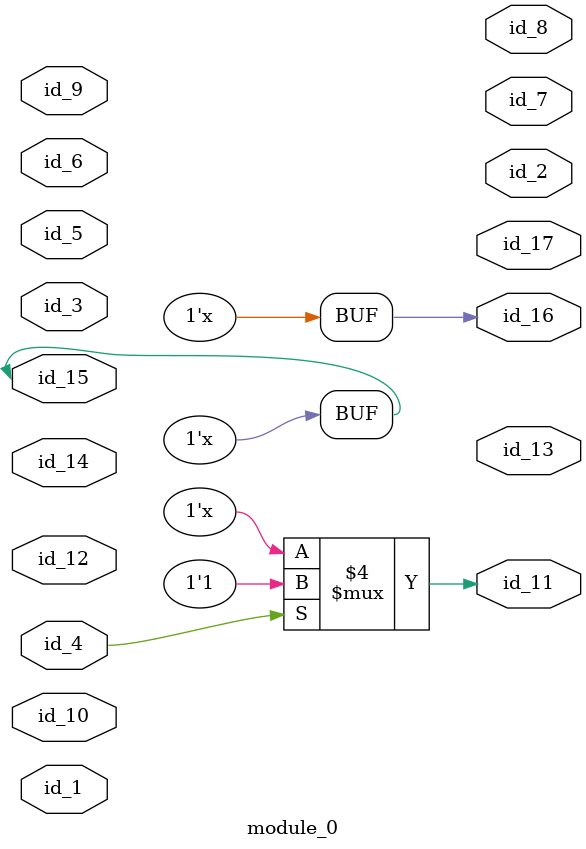
<source format=v>
`timescale 1ps / 1ps
module module_0 (
    id_1,
    id_2,
    id_3,
    id_4,
    id_5,
    id_6,
    id_7,
    id_8,
    id_9,
    id_10,
    id_11,
    id_12,
    id_13,
    id_14,
    id_15,
    id_16,
    id_17
);
  output id_17;
  output id_16;
  input id_15;
  input id_14;
  output id_13;
  input id_12;
  output id_11;
  input id_10;
  input id_9;
  output id_8;
  output id_7;
  input id_6;
  input id_5;
  input id_4;
  input id_3;
  output id_2;
  input id_1;
  always @*
    case (id_4)
      1:
      #1 begin
        id_11 <= 1;
      end
      1'd0: id_3 = 1;
      1: id_16 = 1 << id_9[1+1];
      default: id_15 = 1;
    endcase
endmodule

</source>
